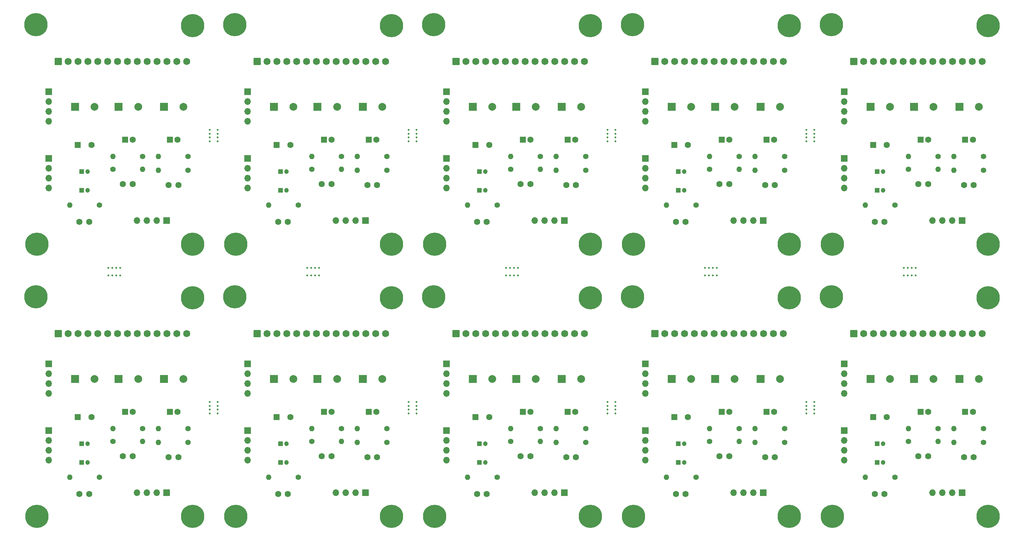
<source format=gbr>
%TF.GenerationSoftware,KiCad,Pcbnew,7.0.11*%
%TF.CreationDate,2024-10-20T12:39:06+07:00*%
%TF.ProjectId,V3,56332e6b-6963-4616-945f-706362585858,rev?*%
%TF.SameCoordinates,Original*%
%TF.FileFunction,Soldermask,Top*%
%TF.FilePolarity,Negative*%
%FSLAX46Y46*%
G04 Gerber Fmt 4.6, Leading zero omitted, Abs format (unit mm)*
G04 Created by KiCad (PCBNEW 7.0.11) date 2024-10-20 12:39:06*
%MOMM*%
%LPD*%
G01*
G04 APERTURE LIST*
G04 Aperture macros list*
%AMRoundRect*
0 Rectangle with rounded corners*
0 $1 Rounding radius*
0 $2 $3 $4 $5 $6 $7 $8 $9 X,Y pos of 4 corners*
0 Add a 4 corners polygon primitive as box body*
4,1,4,$2,$3,$4,$5,$6,$7,$8,$9,$2,$3,0*
0 Add four circle primitives for the rounded corners*
1,1,$1+$1,$2,$3*
1,1,$1+$1,$4,$5*
1,1,$1+$1,$6,$7*
1,1,$1+$1,$8,$9*
0 Add four rect primitives between the rounded corners*
20,1,$1+$1,$2,$3,$4,$5,0*
20,1,$1+$1,$4,$5,$6,$7,0*
20,1,$1+$1,$6,$7,$8,$9,0*
20,1,$1+$1,$8,$9,$2,$3,0*%
G04 Aperture macros list end*
%ADD10R,1.600000X1.600000*%
%ADD11C,1.600000*%
%ADD12C,0.500000*%
%ADD13C,6.000000*%
%ADD14C,1.400000*%
%ADD15O,1.400000X1.400000*%
%ADD16R,1.700000X1.700000*%
%ADD17O,1.700000X1.700000*%
%ADD18R,2.000000X2.000000*%
%ADD19C,2.000000*%
%ADD20R,1.200000X1.200000*%
%ADD21C,1.200000*%
%ADD22RoundRect,0.102000X-0.810000X-0.810000X0.810000X-0.810000X0.810000X0.810000X-0.810000X0.810000X0*%
%ADD23C,1.824000*%
G04 APERTURE END LIST*
D10*
%TO.C,C101*%
X162762276Y-55145944D03*
D11*
X164762276Y-55145944D03*
%TD*%
D12*
%TO.C,KiKit_MB_15_3*%
X46730000Y-90105000D03*
%TD*%
D13*
%TO.C,H102*%
X230893444Y-82070944D03*
%TD*%
D14*
%TO.C,R101*%
X144662388Y-71945944D03*
D15*
X137042388Y-71945944D03*
%TD*%
D16*
%TO.C,J104*%
X29353444Y-42766944D03*
D17*
X29353444Y-45306944D03*
X29353444Y-47846944D03*
X29353444Y-50386944D03*
%TD*%
D11*
%TO.C,C114*%
X252979444Y-136680944D03*
X255479444Y-136680944D03*
%TD*%
D12*
%TO.C,KiKit_MB_13_3*%
X250270000Y-88105000D03*
%TD*%
D18*
%TO.C,C110*%
X87255767Y-46624323D03*
D19*
X92255767Y-46624323D03*
%TD*%
D14*
%TO.C,R105*%
X258039444Y-129568944D03*
D15*
X250419444Y-129568944D03*
%TD*%
D10*
%TO.C,C106*%
X202393332Y-55145944D03*
D11*
X204393332Y-55145944D03*
%TD*%
D12*
%TO.C,KiKit_MB_24_2*%
X199135000Y-90105000D03*
%TD*%
%TO.C,KiKit_MB_26_4*%
X252270000Y-90105000D03*
%TD*%
%TO.C,KiKit_MB_18_3*%
X97865000Y-90105000D03*
%TD*%
%TO.C,KiKit_MB_14_2*%
X70797500Y-123657500D03*
%TD*%
D11*
%TO.C,C114*%
X201844444Y-136680944D03*
X204344444Y-136680944D03*
%TD*%
D12*
%TO.C,KiKit_MB_23_4*%
X224202500Y-125657500D03*
%TD*%
D20*
%TO.C,C103*%
X191258444Y-138240944D03*
D21*
X192758444Y-138240944D03*
%TD*%
D14*
%TO.C,R105*%
X155769444Y-59463944D03*
D15*
X148149444Y-59463944D03*
%TD*%
D14*
%TO.C,R103*%
X199284444Y-132870944D03*
D15*
X206904444Y-132870944D03*
%TD*%
D12*
%TO.C,KiKit_MB_20_2*%
X173067500Y-123657500D03*
%TD*%
D13*
%TO.C,H102*%
X77488444Y-82070944D03*
%TD*%
D12*
%TO.C,KiKit_MB_26_2*%
X250270000Y-90105000D03*
%TD*%
D13*
%TO.C,H102*%
X26353444Y-82070944D03*
%TD*%
D20*
%TO.C,C103*%
X140123444Y-138240944D03*
D21*
X141623444Y-138240944D03*
%TD*%
D22*
%TO.C,AR101*%
X185248444Y-35005000D03*
D23*
X187788444Y-35005000D03*
X190328444Y-35005000D03*
X192868444Y-35005000D03*
X195408444Y-35005000D03*
X197948444Y-35005000D03*
X200488444Y-35005000D03*
X203028444Y-35005000D03*
X205568444Y-35005000D03*
X208108444Y-35005000D03*
X210648444Y-35005000D03*
X213188444Y-35005000D03*
X215728444Y-35005000D03*
X218268444Y-35005000D03*
%TD*%
D12*
%TO.C,KiKit_MB_24_4*%
X201135000Y-90105000D03*
%TD*%
D14*
%TO.C,R103*%
X97014444Y-62765944D03*
D15*
X104634444Y-62765944D03*
%TD*%
D12*
%TO.C,KiKit_MB_11_4*%
X198135000Y-88105000D03*
%TD*%
D16*
%TO.C,J104*%
X131623444Y-112871944D03*
D17*
X131623444Y-115411944D03*
X131623444Y-117951944D03*
X131623444Y-120491944D03*
%TD*%
D13*
%TO.C,H101*%
X168623444Y-95820000D03*
%TD*%
D11*
%TO.C,C114*%
X48439444Y-136680944D03*
X50939444Y-136680944D03*
%TD*%
D16*
%TO.C,J102*%
X131623444Y-130016944D03*
D17*
X131623444Y-132556944D03*
X131623444Y-135096944D03*
X131623444Y-137636944D03*
%TD*%
D12*
%TO.C,KiKit_MB_1_1*%
X70797500Y-52552500D03*
%TD*%
D11*
%TO.C,C114*%
X150709444Y-136680944D03*
X153209444Y-136680944D03*
%TD*%
D20*
%TO.C,C102*%
X88988444Y-63309944D03*
D21*
X90488444Y-63309944D03*
%TD*%
D10*
%TO.C,C101*%
X60492276Y-125250944D03*
D11*
X62492276Y-125250944D03*
%TD*%
%TO.C,C113*%
X113818219Y-136934944D03*
X111318219Y-136934944D03*
%TD*%
D12*
%TO.C,KiKit_MB_19_2*%
X123932500Y-124657500D03*
%TD*%
D16*
%TO.C,J102*%
X131623444Y-59911944D03*
D17*
X131623444Y-62451944D03*
X131623444Y-64991944D03*
X131623444Y-67531944D03*
%TD*%
D12*
%TO.C,KiKit_MB_22_3*%
X175067500Y-123657500D03*
%TD*%
%TO.C,KiKit_MB_21_3*%
X149000000Y-90105000D03*
%TD*%
D22*
%TO.C,AR101*%
X82978444Y-35005000D03*
D23*
X85518444Y-35005000D03*
X88058444Y-35005000D03*
X90598444Y-35005000D03*
X93138444Y-35005000D03*
X95678444Y-35005000D03*
X98218444Y-35005000D03*
X100758444Y-35005000D03*
X103298444Y-35005000D03*
X105838444Y-35005000D03*
X108378444Y-35005000D03*
X110918444Y-35005000D03*
X113458444Y-35005000D03*
X115998444Y-35005000D03*
%TD*%
D13*
%TO.C,H104*%
X128373444Y-25451944D03*
%TD*%
D20*
%TO.C,C102*%
X37853444Y-133414944D03*
D21*
X39353444Y-133414944D03*
%TD*%
D12*
%TO.C,KiKit_MB_11_1*%
X201135000Y-88105000D03*
%TD*%
D10*
%TO.C,C106*%
X100123332Y-55145944D03*
D11*
X102123332Y-55145944D03*
%TD*%
D13*
%TO.C,H104*%
X179508444Y-95556944D03*
%TD*%
D16*
%TO.C,J102*%
X233893444Y-59911944D03*
D17*
X233893444Y-62451944D03*
X233893444Y-64991944D03*
X233893444Y-67531944D03*
%TD*%
D12*
%TO.C,KiKit_MB_23_3*%
X224202500Y-124657500D03*
%TD*%
%TO.C,KiKit_MB_12_1*%
X226202500Y-55552500D03*
%TD*%
D18*
%TO.C,C111*%
X47354823Y-46670000D03*
D19*
X52354823Y-46670000D03*
%TD*%
D20*
%TO.C,C103*%
X140123444Y-68135944D03*
D21*
X141623444Y-68135944D03*
%TD*%
D12*
%TO.C,KiKit_MB_20_3*%
X173067500Y-124657500D03*
%TD*%
D10*
%TO.C,C105*%
X36835793Y-126556944D03*
D11*
X40335793Y-126556944D03*
%TD*%
D20*
%TO.C,C102*%
X191258444Y-63309944D03*
D21*
X192758444Y-63309944D03*
%TD*%
D18*
%TO.C,C112*%
X212390767Y-46670000D03*
D19*
X217390767Y-46670000D03*
%TD*%
D10*
%TO.C,C106*%
X151258332Y-55145944D03*
D11*
X153258332Y-55145944D03*
%TD*%
D16*
%TO.C,J102*%
X29353444Y-59911944D03*
D17*
X29353444Y-62451944D03*
X29353444Y-64991944D03*
X29353444Y-67531944D03*
%TD*%
D14*
%TO.C,R105*%
X155769444Y-129568944D03*
D15*
X148149444Y-129568944D03*
%TD*%
D11*
%TO.C,C104*%
X39738444Y-76263944D03*
X37238444Y-76263944D03*
%TD*%
D12*
%TO.C,KiKit_MB_10_1*%
X224202500Y-52552500D03*
%TD*%
D16*
%TO.C,J102*%
X182758444Y-130016944D03*
D17*
X182758444Y-132556944D03*
X182758444Y-135096944D03*
X182758444Y-137636944D03*
%TD*%
D18*
%TO.C,C112*%
X110120767Y-46670000D03*
D19*
X115120767Y-46670000D03*
%TD*%
D12*
%TO.C,KiKit_MB_6_2*%
X123932500Y-54552500D03*
%TD*%
D14*
%TO.C,R101*%
X93527388Y-71945944D03*
D15*
X85907388Y-71945944D03*
%TD*%
D12*
%TO.C,KiKit_MB_23_2*%
X224202500Y-123657500D03*
%TD*%
D14*
%TO.C,R103*%
X148149444Y-62765944D03*
D15*
X155769444Y-62765944D03*
%TD*%
D12*
%TO.C,KiKit_MB_25_4*%
X226202500Y-122657500D03*
%TD*%
D13*
%TO.C,H102*%
X128623444Y-152175944D03*
%TD*%
D11*
%TO.C,C113*%
X164953219Y-136934944D03*
X162453219Y-136934944D03*
%TD*%
D12*
%TO.C,KiKit_MB_19_4*%
X123932500Y-122657500D03*
%TD*%
%TO.C,KiKit_MB_4_1*%
X121932500Y-52552500D03*
%TD*%
D20*
%TO.C,C103*%
X88988444Y-68135944D03*
D21*
X90488444Y-68135944D03*
%TD*%
D13*
%TO.C,H102*%
X179758444Y-82070944D03*
%TD*%
D11*
%TO.C,C104*%
X90873444Y-76263944D03*
X88373444Y-76263944D03*
%TD*%
D14*
%TO.C,R105*%
X53499444Y-59463944D03*
D15*
X45879444Y-59463944D03*
%TD*%
D14*
%TO.C,R106*%
X167433444Y-133124944D03*
D15*
X159813444Y-133124944D03*
%TD*%
D12*
%TO.C,KiKit_MB_6_4*%
X123932500Y-52552500D03*
%TD*%
D13*
%TO.C,H104*%
X77238444Y-95556944D03*
%TD*%
D11*
%TO.C,C114*%
X201844444Y-66575944D03*
X204344444Y-66575944D03*
%TD*%
D12*
%TO.C,KiKit_MB_3_4*%
X72797500Y-52552500D03*
%TD*%
%TO.C,KiKit_MB_10_3*%
X224202500Y-54552500D03*
%TD*%
D14*
%TO.C,R109*%
X116298444Y-59463944D03*
D15*
X108678444Y-59463944D03*
%TD*%
D11*
%TO.C,C104*%
X193143444Y-76263944D03*
X190643444Y-76263944D03*
%TD*%
D14*
%TO.C,R106*%
X167433444Y-63019944D03*
D15*
X159813444Y-63019944D03*
%TD*%
D12*
%TO.C,KiKit_MB_16_3*%
X72797500Y-123657500D03*
%TD*%
D14*
%TO.C,R101*%
X42392388Y-71945944D03*
D15*
X34772388Y-71945944D03*
%TD*%
D10*
%TO.C,C101*%
X111627276Y-125250944D03*
D11*
X113627276Y-125250944D03*
%TD*%
D14*
%TO.C,R106*%
X116298444Y-133124944D03*
D15*
X108678444Y-133124944D03*
%TD*%
D12*
%TO.C,KiKit_MB_25_3*%
X226202500Y-123657500D03*
%TD*%
%TO.C,KiKit_MB_5_3*%
X96865000Y-88105000D03*
%TD*%
D14*
%TO.C,R101*%
X195797388Y-142050944D03*
D15*
X188177388Y-142050944D03*
%TD*%
D22*
%TO.C,AR101*%
X31843444Y-35005000D03*
D23*
X34383444Y-35005000D03*
X36923444Y-35005000D03*
X39463444Y-35005000D03*
X42003444Y-35005000D03*
X44543444Y-35005000D03*
X47083444Y-35005000D03*
X49623444Y-35005000D03*
X52163444Y-35005000D03*
X54703444Y-35005000D03*
X57243444Y-35005000D03*
X59783444Y-35005000D03*
X62323444Y-35005000D03*
X64863444Y-35005000D03*
%TD*%
D12*
%TO.C,KiKit_MB_18_1*%
X95865000Y-90105000D03*
%TD*%
D11*
%TO.C,C104*%
X244278444Y-146368944D03*
X241778444Y-146368944D03*
%TD*%
D12*
%TO.C,KiKit_MB_1_4*%
X70797500Y-55552500D03*
%TD*%
%TO.C,KiKit_MB_5_2*%
X97865000Y-88105000D03*
%TD*%
%TO.C,KiKit_MB_7_1*%
X173067500Y-52552500D03*
%TD*%
%TO.C,KiKit_MB_2_3*%
X45730000Y-88105000D03*
%TD*%
D16*
%TO.C,J104*%
X233893444Y-112871944D03*
D17*
X233893444Y-115411944D03*
X233893444Y-117951944D03*
X233893444Y-120491944D03*
%TD*%
D11*
%TO.C,C104*%
X193143444Y-146368944D03*
X190643444Y-146368944D03*
%TD*%
D18*
%TO.C,C111*%
X98489823Y-116775000D03*
D19*
X103489823Y-116775000D03*
%TD*%
D14*
%TO.C,R105*%
X104634444Y-59463944D03*
D15*
X97014444Y-59463944D03*
%TD*%
D12*
%TO.C,KiKit_MB_11_3*%
X199135000Y-88105000D03*
%TD*%
D13*
%TO.C,H103*%
X66353444Y-82070944D03*
%TD*%
D11*
%TO.C,C113*%
X113818219Y-66829944D03*
X111318219Y-66829944D03*
%TD*%
D10*
%TO.C,C105*%
X241375793Y-126556944D03*
D11*
X244875793Y-126556944D03*
%TD*%
D18*
%TO.C,C112*%
X58985767Y-46670000D03*
D19*
X63985767Y-46670000D03*
%TD*%
D22*
%TO.C,AR101*%
X82978444Y-105110000D03*
D23*
X85518444Y-105110000D03*
X88058444Y-105110000D03*
X90598444Y-105110000D03*
X93138444Y-105110000D03*
X95678444Y-105110000D03*
X98218444Y-105110000D03*
X100758444Y-105110000D03*
X103298444Y-105110000D03*
X105838444Y-105110000D03*
X108378444Y-105110000D03*
X110918444Y-105110000D03*
X113458444Y-105110000D03*
X115998444Y-105110000D03*
%TD*%
D18*
%TO.C,C110*%
X240660767Y-116729323D03*
D19*
X245660767Y-116729323D03*
%TD*%
D14*
%TO.C,R103*%
X45879444Y-132870944D03*
D15*
X53499444Y-132870944D03*
%TD*%
D10*
%TO.C,C106*%
X151258332Y-125250944D03*
D11*
X153258332Y-125250944D03*
%TD*%
%TO.C,C104*%
X244278444Y-76263944D03*
X241778444Y-76263944D03*
%TD*%
D12*
%TO.C,KiKit_MB_3_1*%
X72797500Y-55552500D03*
%TD*%
%TO.C,KiKit_MB_15_1*%
X44730000Y-90105000D03*
%TD*%
D13*
%TO.C,H104*%
X230643444Y-25451944D03*
%TD*%
D10*
%TO.C,C105*%
X190240793Y-126556944D03*
D11*
X193740793Y-126556944D03*
%TD*%
D10*
%TO.C,C105*%
X190240793Y-56451944D03*
D11*
X193740793Y-56451944D03*
%TD*%
D14*
%TO.C,R109*%
X167433444Y-59463944D03*
D15*
X159813444Y-59463944D03*
%TD*%
D10*
%TO.C,C106*%
X48988332Y-55145944D03*
D11*
X50988332Y-55145944D03*
%TD*%
D13*
%TO.C,H103*%
X270893444Y-152175944D03*
%TD*%
D18*
%TO.C,C110*%
X240660767Y-46624323D03*
D19*
X245660767Y-46624323D03*
%TD*%
D13*
%TO.C,H101*%
X117488444Y-95820000D03*
%TD*%
D12*
%TO.C,KiKit_MB_17_1*%
X121932500Y-122657500D03*
%TD*%
D14*
%TO.C,R101*%
X246932388Y-71945944D03*
D15*
X239312388Y-71945944D03*
%TD*%
D16*
%TO.C,J103*%
X264193444Y-146056944D03*
D17*
X261653444Y-146056944D03*
X259113444Y-146056944D03*
X256573444Y-146056944D03*
%TD*%
D14*
%TO.C,R106*%
X116298444Y-63019944D03*
D15*
X108678444Y-63019944D03*
%TD*%
D12*
%TO.C,KiKit_MB_19_1*%
X123932500Y-125657500D03*
%TD*%
%TO.C,KiKit_MB_20_4*%
X173067500Y-125657500D03*
%TD*%
D18*
%TO.C,C111*%
X47354823Y-116775000D03*
D19*
X52354823Y-116775000D03*
%TD*%
D12*
%TO.C,KiKit_MB_11_2*%
X200135000Y-88105000D03*
%TD*%
D13*
%TO.C,H104*%
X230643444Y-95556944D03*
%TD*%
D14*
%TO.C,R109*%
X218568444Y-129568944D03*
D15*
X210948444Y-129568944D03*
%TD*%
D12*
%TO.C,KiKit_MB_19_3*%
X123932500Y-123657500D03*
%TD*%
D13*
%TO.C,H101*%
X117488444Y-25715000D03*
%TD*%
D11*
%TO.C,C104*%
X142008444Y-146368944D03*
X139508444Y-146368944D03*
%TD*%
D12*
%TO.C,KiKit_MB_4_2*%
X121932500Y-53552500D03*
%TD*%
D16*
%TO.C,J104*%
X233893444Y-42766944D03*
D17*
X233893444Y-45306944D03*
X233893444Y-47846944D03*
X233893444Y-50386944D03*
%TD*%
D14*
%TO.C,R103*%
X148149444Y-132870944D03*
D15*
X155769444Y-132870944D03*
%TD*%
D14*
%TO.C,R105*%
X104634444Y-129568944D03*
D15*
X97014444Y-129568944D03*
%TD*%
D16*
%TO.C,J104*%
X80488444Y-42766944D03*
D17*
X80488444Y-45306944D03*
X80488444Y-47846944D03*
X80488444Y-50386944D03*
%TD*%
D20*
%TO.C,C103*%
X37853444Y-138240944D03*
D21*
X39353444Y-138240944D03*
%TD*%
D18*
%TO.C,C111*%
X251894823Y-46670000D03*
D19*
X256894823Y-46670000D03*
%TD*%
D10*
%TO.C,C105*%
X139105793Y-126556944D03*
D11*
X142605793Y-126556944D03*
%TD*%
D16*
%TO.C,J104*%
X29353444Y-112871944D03*
D17*
X29353444Y-115411944D03*
X29353444Y-117951944D03*
X29353444Y-120491944D03*
%TD*%
D13*
%TO.C,H101*%
X219758444Y-95820000D03*
%TD*%
%TO.C,H101*%
X66353444Y-25715000D03*
%TD*%
D12*
%TO.C,KiKit_MB_16_4*%
X72797500Y-122657500D03*
%TD*%
D18*
%TO.C,C110*%
X138390767Y-116729323D03*
D19*
X143390767Y-116729323D03*
%TD*%
D14*
%TO.C,R103*%
X97014444Y-132870944D03*
D15*
X104634444Y-132870944D03*
%TD*%
D14*
%TO.C,R105*%
X206904444Y-129568944D03*
D15*
X199284444Y-129568944D03*
%TD*%
D12*
%TO.C,KiKit_MB_17_2*%
X121932500Y-123657500D03*
%TD*%
D14*
%TO.C,R101*%
X195797388Y-71945944D03*
D15*
X188177388Y-71945944D03*
%TD*%
D13*
%TO.C,H104*%
X128373444Y-95556944D03*
%TD*%
%TO.C,H101*%
X270893444Y-95820000D03*
%TD*%
D12*
%TO.C,KiKit_MB_14_4*%
X70797500Y-125657500D03*
%TD*%
D11*
%TO.C,C114*%
X99574444Y-66575944D03*
X102074444Y-66575944D03*
%TD*%
%TO.C,C104*%
X90873444Y-146368944D03*
X88373444Y-146368944D03*
%TD*%
D16*
%TO.C,J103*%
X161923444Y-75951944D03*
D17*
X159383444Y-75951944D03*
X156843444Y-75951944D03*
X154303444Y-75951944D03*
%TD*%
D20*
%TO.C,C102*%
X88988444Y-133414944D03*
D21*
X90488444Y-133414944D03*
%TD*%
D18*
%TO.C,C112*%
X58985767Y-116775000D03*
D19*
X63985767Y-116775000D03*
%TD*%
D10*
%TO.C,C101*%
X213897276Y-125250944D03*
D11*
X215897276Y-125250944D03*
%TD*%
D14*
%TO.C,R109*%
X269703444Y-129568944D03*
D15*
X262083444Y-129568944D03*
%TD*%
D12*
%TO.C,KiKit_MB_3_3*%
X72797500Y-53552500D03*
%TD*%
D13*
%TO.C,H101*%
X270893444Y-25715000D03*
%TD*%
D10*
%TO.C,C101*%
X265032276Y-55145944D03*
D11*
X267032276Y-55145944D03*
%TD*%
D18*
%TO.C,C110*%
X138390767Y-46624323D03*
D19*
X143390767Y-46624323D03*
%TD*%
D12*
%TO.C,KiKit_MB_7_2*%
X173067500Y-53552500D03*
%TD*%
D22*
%TO.C,AR101*%
X185248444Y-105110000D03*
D23*
X187788444Y-105110000D03*
X190328444Y-105110000D03*
X192868444Y-105110000D03*
X195408444Y-105110000D03*
X197948444Y-105110000D03*
X200488444Y-105110000D03*
X203028444Y-105110000D03*
X205568444Y-105110000D03*
X208108444Y-105110000D03*
X210648444Y-105110000D03*
X213188444Y-105110000D03*
X215728444Y-105110000D03*
X218268444Y-105110000D03*
%TD*%
D11*
%TO.C,C113*%
X216088219Y-66829944D03*
X213588219Y-66829944D03*
%TD*%
%TO.C,C113*%
X164953219Y-66829944D03*
X162453219Y-66829944D03*
%TD*%
D14*
%TO.C,R109*%
X218568444Y-59463944D03*
D15*
X210948444Y-59463944D03*
%TD*%
D10*
%TO.C,C106*%
X253528332Y-125250944D03*
D11*
X255528332Y-125250944D03*
%TD*%
D13*
%TO.C,H103*%
X117488444Y-82070944D03*
%TD*%
D22*
%TO.C,AR101*%
X134113444Y-35005000D03*
D23*
X136653444Y-35005000D03*
X139193444Y-35005000D03*
X141733444Y-35005000D03*
X144273444Y-35005000D03*
X146813444Y-35005000D03*
X149353444Y-35005000D03*
X151893444Y-35005000D03*
X154433444Y-35005000D03*
X156973444Y-35005000D03*
X159513444Y-35005000D03*
X162053444Y-35005000D03*
X164593444Y-35005000D03*
X167133444Y-35005000D03*
%TD*%
D10*
%TO.C,C105*%
X241375793Y-56451944D03*
D11*
X244875793Y-56451944D03*
%TD*%
D14*
%TO.C,R106*%
X218568444Y-63019944D03*
D15*
X210948444Y-63019944D03*
%TD*%
D12*
%TO.C,KiKit_MB_4_4*%
X121932500Y-55552500D03*
%TD*%
%TO.C,KiKit_MB_12_3*%
X226202500Y-53552500D03*
%TD*%
%TO.C,KiKit_MB_13_2*%
X251270000Y-88105000D03*
%TD*%
D11*
%TO.C,C114*%
X252979444Y-66575944D03*
X255479444Y-66575944D03*
%TD*%
D14*
%TO.C,R109*%
X116298444Y-129568944D03*
D15*
X108678444Y-129568944D03*
%TD*%
D12*
%TO.C,KiKit_MB_10_2*%
X224202500Y-53552500D03*
%TD*%
D16*
%TO.C,J104*%
X182758444Y-42766944D03*
D17*
X182758444Y-45306944D03*
X182758444Y-47846944D03*
X182758444Y-50386944D03*
%TD*%
D13*
%TO.C,H103*%
X219758444Y-82070944D03*
%TD*%
D12*
%TO.C,KiKit_MB_8_2*%
X149000000Y-88105000D03*
%TD*%
%TO.C,KiKit_MB_18_2*%
X96865000Y-90105000D03*
%TD*%
%TO.C,KiKit_MB_5_4*%
X95865000Y-88105000D03*
%TD*%
D13*
%TO.C,H103*%
X168623444Y-82070944D03*
%TD*%
D12*
%TO.C,KiKit_MB_15_4*%
X47730000Y-90105000D03*
%TD*%
D14*
%TO.C,R105*%
X53499444Y-129568944D03*
D15*
X45879444Y-129568944D03*
%TD*%
D18*
%TO.C,C112*%
X263525767Y-116775000D03*
D19*
X268525767Y-116775000D03*
%TD*%
D16*
%TO.C,J102*%
X182758444Y-59911944D03*
D17*
X182758444Y-62451944D03*
X182758444Y-64991944D03*
X182758444Y-67531944D03*
%TD*%
D18*
%TO.C,C110*%
X87255767Y-116729323D03*
D19*
X92255767Y-116729323D03*
%TD*%
D13*
%TO.C,H101*%
X219758444Y-25715000D03*
%TD*%
%TO.C,H102*%
X26353444Y-152175944D03*
%TD*%
D11*
%TO.C,C113*%
X62683219Y-66829944D03*
X60183219Y-66829944D03*
%TD*%
D12*
%TO.C,KiKit_MB_12_4*%
X226202500Y-52552500D03*
%TD*%
D13*
%TO.C,H104*%
X179508444Y-25451944D03*
%TD*%
D12*
%TO.C,KiKit_MB_16_1*%
X72797500Y-125657500D03*
%TD*%
%TO.C,KiKit_MB_1_2*%
X70797500Y-53552500D03*
%TD*%
D14*
%TO.C,R105*%
X206904444Y-59463944D03*
D15*
X199284444Y-59463944D03*
%TD*%
D16*
%TO.C,J103*%
X59653444Y-146056944D03*
D17*
X57113444Y-146056944D03*
X54573444Y-146056944D03*
X52033444Y-146056944D03*
%TD*%
D12*
%TO.C,KiKit_MB_22_2*%
X175067500Y-124657500D03*
%TD*%
D13*
%TO.C,H102*%
X128623444Y-82070944D03*
%TD*%
D10*
%TO.C,C106*%
X253528332Y-55145944D03*
D11*
X255528332Y-55145944D03*
%TD*%
D18*
%TO.C,C112*%
X161255767Y-116775000D03*
D19*
X166255767Y-116775000D03*
%TD*%
D12*
%TO.C,KiKit_MB_9_3*%
X175067500Y-53552500D03*
%TD*%
D14*
%TO.C,R101*%
X246932388Y-142050944D03*
D15*
X239312388Y-142050944D03*
%TD*%
D14*
%TO.C,R101*%
X93527388Y-142050944D03*
D15*
X85907388Y-142050944D03*
%TD*%
D20*
%TO.C,C103*%
X242393444Y-68135944D03*
D21*
X243893444Y-68135944D03*
%TD*%
D13*
%TO.C,H103*%
X66353444Y-152175944D03*
%TD*%
D16*
%TO.C,J104*%
X80488444Y-112871944D03*
D17*
X80488444Y-115411944D03*
X80488444Y-117951944D03*
X80488444Y-120491944D03*
%TD*%
D20*
%TO.C,C102*%
X242393444Y-63309944D03*
D21*
X243893444Y-63309944D03*
%TD*%
D22*
%TO.C,AR101*%
X236383444Y-35005000D03*
D23*
X238923444Y-35005000D03*
X241463444Y-35005000D03*
X244003444Y-35005000D03*
X246543444Y-35005000D03*
X249083444Y-35005000D03*
X251623444Y-35005000D03*
X254163444Y-35005000D03*
X256703444Y-35005000D03*
X259243444Y-35005000D03*
X261783444Y-35005000D03*
X264323444Y-35005000D03*
X266863444Y-35005000D03*
X269403444Y-35005000D03*
%TD*%
D14*
%TO.C,R106*%
X65163444Y-63019944D03*
D15*
X57543444Y-63019944D03*
%TD*%
D20*
%TO.C,C102*%
X37853444Y-63309944D03*
D21*
X39353444Y-63309944D03*
%TD*%
D10*
%TO.C,C106*%
X100123332Y-125250944D03*
D11*
X102123332Y-125250944D03*
%TD*%
D14*
%TO.C,R109*%
X65163444Y-129568944D03*
D15*
X57543444Y-129568944D03*
%TD*%
D11*
%TO.C,C113*%
X267223219Y-136934944D03*
X264723219Y-136934944D03*
%TD*%
D20*
%TO.C,C102*%
X191258444Y-133414944D03*
D21*
X192758444Y-133414944D03*
%TD*%
D12*
%TO.C,KiKit_MB_8_1*%
X150000000Y-88105000D03*
%TD*%
%TO.C,KiKit_MB_23_1*%
X224202500Y-122657500D03*
%TD*%
D18*
%TO.C,C112*%
X110120767Y-116775000D03*
D19*
X115120767Y-116775000D03*
%TD*%
D14*
%TO.C,R106*%
X65163444Y-133124944D03*
D15*
X57543444Y-133124944D03*
%TD*%
D14*
%TO.C,R103*%
X199284444Y-62765944D03*
D15*
X206904444Y-62765944D03*
%TD*%
D16*
%TO.C,J103*%
X264193444Y-75951944D03*
D17*
X261653444Y-75951944D03*
X259113444Y-75951944D03*
X256573444Y-75951944D03*
%TD*%
D13*
%TO.C,H103*%
X117488444Y-152175944D03*
%TD*%
D18*
%TO.C,C110*%
X36120767Y-116729323D03*
D19*
X41120767Y-116729323D03*
%TD*%
D12*
%TO.C,KiKit_MB_2_1*%
X47730000Y-88105000D03*
%TD*%
D14*
%TO.C,R101*%
X42392388Y-142050944D03*
D15*
X34772388Y-142050944D03*
%TD*%
D18*
%TO.C,C111*%
X251894823Y-116775000D03*
D19*
X256894823Y-116775000D03*
%TD*%
D12*
%TO.C,KiKit_MB_20_1*%
X173067500Y-122657500D03*
%TD*%
D16*
%TO.C,J104*%
X131623444Y-42766944D03*
D17*
X131623444Y-45306944D03*
X131623444Y-47846944D03*
X131623444Y-50386944D03*
%TD*%
D12*
%TO.C,KiKit_MB_16_2*%
X72797500Y-124657500D03*
%TD*%
%TO.C,KiKit_MB_26_3*%
X251270000Y-90105000D03*
%TD*%
%TO.C,KiKit_MB_13_1*%
X252270000Y-88105000D03*
%TD*%
D10*
%TO.C,C105*%
X139105793Y-56451944D03*
D11*
X142605793Y-56451944D03*
%TD*%
D13*
%TO.C,H103*%
X219758444Y-152175944D03*
%TD*%
D12*
%TO.C,KiKit_MB_21_1*%
X147000000Y-90105000D03*
%TD*%
D14*
%TO.C,R109*%
X269703444Y-59463944D03*
D15*
X262083444Y-59463944D03*
%TD*%
D20*
%TO.C,C103*%
X191258444Y-68135944D03*
D21*
X192758444Y-68135944D03*
%TD*%
D12*
%TO.C,KiKit_MB_21_2*%
X148000000Y-90105000D03*
%TD*%
D16*
%TO.C,J103*%
X110788444Y-146056944D03*
D17*
X108248444Y-146056944D03*
X105708444Y-146056944D03*
X103168444Y-146056944D03*
%TD*%
D14*
%TO.C,R105*%
X258039444Y-59463944D03*
D15*
X250419444Y-59463944D03*
%TD*%
D18*
%TO.C,C111*%
X98489823Y-46670000D03*
D19*
X103489823Y-46670000D03*
%TD*%
D13*
%TO.C,H102*%
X77488444Y-152175944D03*
%TD*%
D12*
%TO.C,KiKit_MB_12_2*%
X226202500Y-54552500D03*
%TD*%
D18*
%TO.C,C111*%
X200759823Y-46670000D03*
D19*
X205759823Y-46670000D03*
%TD*%
D13*
%TO.C,H104*%
X26103444Y-25451944D03*
%TD*%
D12*
%TO.C,KiKit_MB_15_2*%
X45730000Y-90105000D03*
%TD*%
D14*
%TO.C,R106*%
X218568444Y-133124944D03*
D15*
X210948444Y-133124944D03*
%TD*%
D18*
%TO.C,C110*%
X189525767Y-46624323D03*
D19*
X194525767Y-46624323D03*
%TD*%
D18*
%TO.C,C112*%
X263525767Y-46670000D03*
D19*
X268525767Y-46670000D03*
%TD*%
D13*
%TO.C,H102*%
X179758444Y-152175944D03*
%TD*%
D11*
%TO.C,C104*%
X39738444Y-146368944D03*
X37238444Y-146368944D03*
%TD*%
D13*
%TO.C,H103*%
X270893444Y-82070944D03*
%TD*%
%TO.C,H104*%
X26103444Y-95556944D03*
%TD*%
D12*
%TO.C,KiKit_MB_17_4*%
X121932500Y-125657500D03*
%TD*%
D10*
%TO.C,C101*%
X213897276Y-55145944D03*
D11*
X215897276Y-55145944D03*
%TD*%
D14*
%TO.C,R103*%
X250419444Y-132870944D03*
D15*
X258039444Y-132870944D03*
%TD*%
D18*
%TO.C,C111*%
X149624823Y-116775000D03*
D19*
X154624823Y-116775000D03*
%TD*%
D12*
%TO.C,KiKit_MB_7_3*%
X173067500Y-54552500D03*
%TD*%
D14*
%TO.C,R106*%
X269703444Y-63019944D03*
D15*
X262083444Y-63019944D03*
%TD*%
D11*
%TO.C,C113*%
X267223219Y-66829944D03*
X264723219Y-66829944D03*
%TD*%
%TO.C,C114*%
X99574444Y-136680944D03*
X102074444Y-136680944D03*
%TD*%
D10*
%TO.C,C101*%
X60492276Y-55145944D03*
D11*
X62492276Y-55145944D03*
%TD*%
D13*
%TO.C,H104*%
X77238444Y-25451944D03*
%TD*%
D14*
%TO.C,R103*%
X45879444Y-62765944D03*
D15*
X53499444Y-62765944D03*
%TD*%
D16*
%TO.C,J103*%
X213058444Y-146056944D03*
D17*
X210518444Y-146056944D03*
X207978444Y-146056944D03*
X205438444Y-146056944D03*
%TD*%
D11*
%TO.C,C104*%
X142008444Y-76263944D03*
X139508444Y-76263944D03*
%TD*%
D12*
%TO.C,KiKit_MB_14_1*%
X70797500Y-122657500D03*
%TD*%
%TO.C,KiKit_MB_14_3*%
X70797500Y-124657500D03*
%TD*%
%TO.C,KiKit_MB_8_3*%
X148000000Y-88105000D03*
%TD*%
D10*
%TO.C,C106*%
X202393332Y-125250944D03*
D11*
X204393332Y-125250944D03*
%TD*%
D12*
%TO.C,KiKit_MB_9_1*%
X175067500Y-55552500D03*
%TD*%
%TO.C,KiKit_MB_21_4*%
X150000000Y-90105000D03*
%TD*%
D20*
%TO.C,C102*%
X140123444Y-133414944D03*
D21*
X141623444Y-133414944D03*
%TD*%
D12*
%TO.C,KiKit_MB_22_1*%
X175067500Y-125657500D03*
%TD*%
D20*
%TO.C,C102*%
X140123444Y-63309944D03*
D21*
X141623444Y-63309944D03*
%TD*%
D12*
%TO.C,KiKit_MB_9_4*%
X175067500Y-52552500D03*
%TD*%
D16*
%TO.C,J104*%
X182758444Y-112871944D03*
D17*
X182758444Y-115411944D03*
X182758444Y-117951944D03*
X182758444Y-120491944D03*
%TD*%
D14*
%TO.C,R101*%
X144662388Y-142050944D03*
D15*
X137042388Y-142050944D03*
%TD*%
D10*
%TO.C,C105*%
X87970793Y-56451944D03*
D11*
X91470793Y-56451944D03*
%TD*%
D13*
%TO.C,H101*%
X66353444Y-95820000D03*
%TD*%
D14*
%TO.C,R109*%
X65163444Y-59463944D03*
D15*
X57543444Y-59463944D03*
%TD*%
D12*
%TO.C,KiKit_MB_6_1*%
X123932500Y-55552500D03*
%TD*%
D16*
%TO.C,J102*%
X233893444Y-130016944D03*
D17*
X233893444Y-132556944D03*
X233893444Y-135096944D03*
X233893444Y-137636944D03*
%TD*%
D10*
%TO.C,C101*%
X265032276Y-125250944D03*
D11*
X267032276Y-125250944D03*
%TD*%
D12*
%TO.C,KiKit_MB_25_2*%
X226202500Y-124657500D03*
%TD*%
D18*
%TO.C,C110*%
X189525767Y-116729323D03*
D19*
X194525767Y-116729323D03*
%TD*%
D12*
%TO.C,KiKit_MB_9_2*%
X175067500Y-54552500D03*
%TD*%
%TO.C,KiKit_MB_10_4*%
X224202500Y-55552500D03*
%TD*%
%TO.C,KiKit_MB_5_1*%
X98865000Y-88105000D03*
%TD*%
D16*
%TO.C,J103*%
X110788444Y-75951944D03*
D17*
X108248444Y-75951944D03*
X105708444Y-75951944D03*
X103168444Y-75951944D03*
%TD*%
D16*
%TO.C,J103*%
X161923444Y-146056944D03*
D17*
X159383444Y-146056944D03*
X156843444Y-146056944D03*
X154303444Y-146056944D03*
%TD*%
D13*
%TO.C,H102*%
X230893444Y-152175944D03*
%TD*%
D18*
%TO.C,C110*%
X36120767Y-46624323D03*
D19*
X41120767Y-46624323D03*
%TD*%
D13*
%TO.C,H103*%
X168623444Y-152175944D03*
%TD*%
D16*
%TO.C,J102*%
X29353444Y-130016944D03*
D17*
X29353444Y-132556944D03*
X29353444Y-135096944D03*
X29353444Y-137636944D03*
%TD*%
D14*
%TO.C,R109*%
X167433444Y-129568944D03*
D15*
X159813444Y-129568944D03*
%TD*%
D20*
%TO.C,C102*%
X242393444Y-133414944D03*
D21*
X243893444Y-133414944D03*
%TD*%
D22*
%TO.C,AR101*%
X134113444Y-105110000D03*
D23*
X136653444Y-105110000D03*
X139193444Y-105110000D03*
X141733444Y-105110000D03*
X144273444Y-105110000D03*
X146813444Y-105110000D03*
X149353444Y-105110000D03*
X151893444Y-105110000D03*
X154433444Y-105110000D03*
X156973444Y-105110000D03*
X159513444Y-105110000D03*
X162053444Y-105110000D03*
X164593444Y-105110000D03*
X167133444Y-105110000D03*
%TD*%
D12*
%TO.C,KiKit_MB_6_3*%
X123932500Y-53552500D03*
%TD*%
%TO.C,KiKit_MB_24_3*%
X200135000Y-90105000D03*
%TD*%
D22*
%TO.C,AR101*%
X31843444Y-105110000D03*
D23*
X34383444Y-105110000D03*
X36923444Y-105110000D03*
X39463444Y-105110000D03*
X42003444Y-105110000D03*
X44543444Y-105110000D03*
X47083444Y-105110000D03*
X49623444Y-105110000D03*
X52163444Y-105110000D03*
X54703444Y-105110000D03*
X57243444Y-105110000D03*
X59783444Y-105110000D03*
X62323444Y-105110000D03*
X64863444Y-105110000D03*
%TD*%
D12*
%TO.C,KiKit_MB_3_2*%
X72797500Y-54552500D03*
%TD*%
D18*
%TO.C,C111*%
X200759823Y-116775000D03*
D19*
X205759823Y-116775000D03*
%TD*%
D10*
%TO.C,C105*%
X87970793Y-126556944D03*
D11*
X91470793Y-126556944D03*
%TD*%
D12*
%TO.C,KiKit_MB_17_3*%
X121932500Y-124657500D03*
%TD*%
D11*
%TO.C,C114*%
X150709444Y-66575944D03*
X153209444Y-66575944D03*
%TD*%
D12*
%TO.C,KiKit_MB_1_3*%
X70797500Y-54552500D03*
%TD*%
%TO.C,KiKit_MB_2_2*%
X46730000Y-88105000D03*
%TD*%
%TO.C,KiKit_MB_13_4*%
X249270000Y-88105000D03*
%TD*%
D10*
%TO.C,C105*%
X36835793Y-56451944D03*
D11*
X40335793Y-56451944D03*
%TD*%
%TO.C,C114*%
X48439444Y-66575944D03*
X50939444Y-66575944D03*
%TD*%
D10*
%TO.C,C106*%
X48988332Y-125250944D03*
D11*
X50988332Y-125250944D03*
%TD*%
D14*
%TO.C,R106*%
X269703444Y-133124944D03*
D15*
X262083444Y-133124944D03*
%TD*%
D12*
%TO.C,KiKit_MB_26_1*%
X249270000Y-90105000D03*
%TD*%
%TO.C,KiKit_MB_8_4*%
X147000000Y-88105000D03*
%TD*%
%TO.C,KiKit_MB_2_4*%
X44730000Y-88105000D03*
%TD*%
D10*
%TO.C,C101*%
X111627276Y-55145944D03*
D11*
X113627276Y-55145944D03*
%TD*%
D10*
%TO.C,C101*%
X162762276Y-125250944D03*
D11*
X164762276Y-125250944D03*
%TD*%
D20*
%TO.C,C103*%
X37853444Y-68135944D03*
D21*
X39353444Y-68135944D03*
%TD*%
D20*
%TO.C,C103*%
X88988444Y-138240944D03*
D21*
X90488444Y-138240944D03*
%TD*%
D18*
%TO.C,C112*%
X212390767Y-116775000D03*
D19*
X217390767Y-116775000D03*
%TD*%
D16*
%TO.C,J103*%
X213058444Y-75951944D03*
D17*
X210518444Y-75951944D03*
X207978444Y-75951944D03*
X205438444Y-75951944D03*
%TD*%
D11*
%TO.C,C113*%
X216088219Y-136934944D03*
X213588219Y-136934944D03*
%TD*%
%TO.C,C113*%
X62683219Y-136934944D03*
X60183219Y-136934944D03*
%TD*%
D18*
%TO.C,C111*%
X149624823Y-46670000D03*
D19*
X154624823Y-46670000D03*
%TD*%
D13*
%TO.C,H101*%
X168623444Y-25715000D03*
%TD*%
D16*
%TO.C,J102*%
X80488444Y-130016944D03*
D17*
X80488444Y-132556944D03*
X80488444Y-135096944D03*
X80488444Y-137636944D03*
%TD*%
D14*
%TO.C,R103*%
X250419444Y-62765944D03*
D15*
X258039444Y-62765944D03*
%TD*%
D12*
%TO.C,KiKit_MB_24_1*%
X198135000Y-90105000D03*
%TD*%
D20*
%TO.C,C103*%
X242393444Y-138240944D03*
D21*
X243893444Y-138240944D03*
%TD*%
D18*
%TO.C,C112*%
X161255767Y-46670000D03*
D19*
X166255767Y-46670000D03*
%TD*%
D12*
%TO.C,KiKit_MB_25_1*%
X226202500Y-125657500D03*
%TD*%
D22*
%TO.C,AR101*%
X236383444Y-105110000D03*
D23*
X238923444Y-105110000D03*
X241463444Y-105110000D03*
X244003444Y-105110000D03*
X246543444Y-105110000D03*
X249083444Y-105110000D03*
X251623444Y-105110000D03*
X254163444Y-105110000D03*
X256703444Y-105110000D03*
X259243444Y-105110000D03*
X261783444Y-105110000D03*
X264323444Y-105110000D03*
X266863444Y-105110000D03*
X269403444Y-105110000D03*
%TD*%
D16*
%TO.C,J103*%
X59653444Y-75951944D03*
D17*
X57113444Y-75951944D03*
X54573444Y-75951944D03*
X52033444Y-75951944D03*
%TD*%
D12*
%TO.C,KiKit_MB_4_3*%
X121932500Y-54552500D03*
%TD*%
%TO.C,KiKit_MB_7_4*%
X173067500Y-55552500D03*
%TD*%
%TO.C,KiKit_MB_22_4*%
X175067500Y-122657500D03*
%TD*%
D16*
%TO.C,J102*%
X80488444Y-59911944D03*
D17*
X80488444Y-62451944D03*
X80488444Y-64991944D03*
X80488444Y-67531944D03*
%TD*%
D12*
%TO.C,KiKit_MB_18_4*%
X98865000Y-90105000D03*
%TD*%
M02*

</source>
